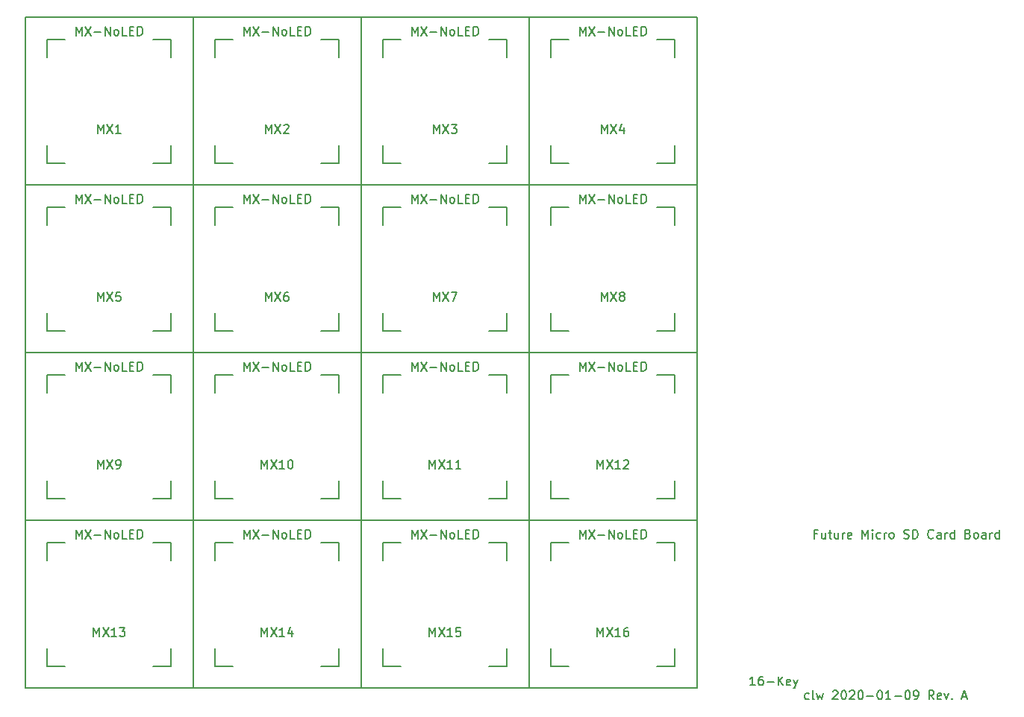
<source format=gbr>
G04 #@! TF.GenerationSoftware,KiCad,Pcbnew,(5.1.9-0-10_14)*
G04 #@! TF.CreationDate,2021-01-09T15:36:32-06:00*
G04 #@! TF.ProjectId,16-key,31362d6b-6579-42e6-9b69-6361645f7063,rev?*
G04 #@! TF.SameCoordinates,Original*
G04 #@! TF.FileFunction,OtherDrawing,Comment*
%FSLAX46Y46*%
G04 Gerber Fmt 4.6, Leading zero omitted, Abs format (unit mm)*
G04 Created by KiCad (PCBNEW (5.1.9-0-10_14)) date 2021-01-09 15:36:32*
%MOMM*%
%LPD*%
G01*
G04 APERTURE LIST*
%ADD10C,0.150000*%
G04 APERTURE END LIST*
D10*
X175435714Y-101211011D02*
X175340476Y-101258630D01*
X175150000Y-101258630D01*
X175054761Y-101211011D01*
X175007142Y-101163392D01*
X174959523Y-101068154D01*
X174959523Y-100782440D01*
X175007142Y-100687202D01*
X175054761Y-100639583D01*
X175150000Y-100591964D01*
X175340476Y-100591964D01*
X175435714Y-100639583D01*
X176007142Y-101258630D02*
X175911904Y-101211011D01*
X175864285Y-101115773D01*
X175864285Y-100258630D01*
X176292857Y-100591964D02*
X176483333Y-101258630D01*
X176673809Y-100782440D01*
X176864285Y-101258630D01*
X177054761Y-100591964D01*
X178150000Y-100353869D02*
X178197619Y-100306250D01*
X178292857Y-100258630D01*
X178530952Y-100258630D01*
X178626190Y-100306250D01*
X178673809Y-100353869D01*
X178721428Y-100449107D01*
X178721428Y-100544345D01*
X178673809Y-100687202D01*
X178102380Y-101258630D01*
X178721428Y-101258630D01*
X179340476Y-100258630D02*
X179435714Y-100258630D01*
X179530952Y-100306250D01*
X179578571Y-100353869D01*
X179626190Y-100449107D01*
X179673809Y-100639583D01*
X179673809Y-100877678D01*
X179626190Y-101068154D01*
X179578571Y-101163392D01*
X179530952Y-101211011D01*
X179435714Y-101258630D01*
X179340476Y-101258630D01*
X179245238Y-101211011D01*
X179197619Y-101163392D01*
X179150000Y-101068154D01*
X179102380Y-100877678D01*
X179102380Y-100639583D01*
X179150000Y-100449107D01*
X179197619Y-100353869D01*
X179245238Y-100306250D01*
X179340476Y-100258630D01*
X180054761Y-100353869D02*
X180102380Y-100306250D01*
X180197619Y-100258630D01*
X180435714Y-100258630D01*
X180530952Y-100306250D01*
X180578571Y-100353869D01*
X180626190Y-100449107D01*
X180626190Y-100544345D01*
X180578571Y-100687202D01*
X180007142Y-101258630D01*
X180626190Y-101258630D01*
X181245238Y-100258630D02*
X181340476Y-100258630D01*
X181435714Y-100306250D01*
X181483333Y-100353869D01*
X181530952Y-100449107D01*
X181578571Y-100639583D01*
X181578571Y-100877678D01*
X181530952Y-101068154D01*
X181483333Y-101163392D01*
X181435714Y-101211011D01*
X181340476Y-101258630D01*
X181245238Y-101258630D01*
X181150000Y-101211011D01*
X181102380Y-101163392D01*
X181054761Y-101068154D01*
X181007142Y-100877678D01*
X181007142Y-100639583D01*
X181054761Y-100449107D01*
X181102380Y-100353869D01*
X181150000Y-100306250D01*
X181245238Y-100258630D01*
X182007142Y-100877678D02*
X182769047Y-100877678D01*
X183435714Y-100258630D02*
X183530952Y-100258630D01*
X183626190Y-100306250D01*
X183673809Y-100353869D01*
X183721428Y-100449107D01*
X183769047Y-100639583D01*
X183769047Y-100877678D01*
X183721428Y-101068154D01*
X183673809Y-101163392D01*
X183626190Y-101211011D01*
X183530952Y-101258630D01*
X183435714Y-101258630D01*
X183340476Y-101211011D01*
X183292857Y-101163392D01*
X183245238Y-101068154D01*
X183197619Y-100877678D01*
X183197619Y-100639583D01*
X183245238Y-100449107D01*
X183292857Y-100353869D01*
X183340476Y-100306250D01*
X183435714Y-100258630D01*
X184721428Y-101258630D02*
X184150000Y-101258630D01*
X184435714Y-101258630D02*
X184435714Y-100258630D01*
X184340476Y-100401488D01*
X184245238Y-100496726D01*
X184150000Y-100544345D01*
X185150000Y-100877678D02*
X185911904Y-100877678D01*
X186578571Y-100258630D02*
X186673809Y-100258630D01*
X186769047Y-100306250D01*
X186816666Y-100353869D01*
X186864285Y-100449107D01*
X186911904Y-100639583D01*
X186911904Y-100877678D01*
X186864285Y-101068154D01*
X186816666Y-101163392D01*
X186769047Y-101211011D01*
X186673809Y-101258630D01*
X186578571Y-101258630D01*
X186483333Y-101211011D01*
X186435714Y-101163392D01*
X186388095Y-101068154D01*
X186340476Y-100877678D01*
X186340476Y-100639583D01*
X186388095Y-100449107D01*
X186435714Y-100353869D01*
X186483333Y-100306250D01*
X186578571Y-100258630D01*
X187388095Y-101258630D02*
X187578571Y-101258630D01*
X187673809Y-101211011D01*
X187721428Y-101163392D01*
X187816666Y-101020535D01*
X187864285Y-100830059D01*
X187864285Y-100449107D01*
X187816666Y-100353869D01*
X187769047Y-100306250D01*
X187673809Y-100258630D01*
X187483333Y-100258630D01*
X187388095Y-100306250D01*
X187340476Y-100353869D01*
X187292857Y-100449107D01*
X187292857Y-100687202D01*
X187340476Y-100782440D01*
X187388095Y-100830059D01*
X187483333Y-100877678D01*
X187673809Y-100877678D01*
X187769047Y-100830059D01*
X187816666Y-100782440D01*
X187864285Y-100687202D01*
X189626190Y-101258630D02*
X189292857Y-100782440D01*
X189054761Y-101258630D02*
X189054761Y-100258630D01*
X189435714Y-100258630D01*
X189530952Y-100306250D01*
X189578571Y-100353869D01*
X189626190Y-100449107D01*
X189626190Y-100591964D01*
X189578571Y-100687202D01*
X189530952Y-100734821D01*
X189435714Y-100782440D01*
X189054761Y-100782440D01*
X190435714Y-101211011D02*
X190340476Y-101258630D01*
X190150000Y-101258630D01*
X190054761Y-101211011D01*
X190007142Y-101115773D01*
X190007142Y-100734821D01*
X190054761Y-100639583D01*
X190150000Y-100591964D01*
X190340476Y-100591964D01*
X190435714Y-100639583D01*
X190483333Y-100734821D01*
X190483333Y-100830059D01*
X190007142Y-100925297D01*
X190816666Y-100591964D02*
X191054761Y-101258630D01*
X191292857Y-100591964D01*
X191673809Y-101163392D02*
X191721428Y-101211011D01*
X191673809Y-101258630D01*
X191626190Y-101211011D01*
X191673809Y-101163392D01*
X191673809Y-101258630D01*
X192864285Y-100972916D02*
X193340476Y-100972916D01*
X192769047Y-101258630D02*
X193102380Y-100258630D01*
X193435714Y-101258630D01*
X176364583Y-82478571D02*
X176031250Y-82478571D01*
X176031250Y-83002380D02*
X176031250Y-82002380D01*
X176507440Y-82002380D01*
X177316964Y-82335714D02*
X177316964Y-83002380D01*
X176888392Y-82335714D02*
X176888392Y-82859523D01*
X176936011Y-82954761D01*
X177031250Y-83002380D01*
X177174107Y-83002380D01*
X177269345Y-82954761D01*
X177316964Y-82907142D01*
X177650297Y-82335714D02*
X178031250Y-82335714D01*
X177793154Y-82002380D02*
X177793154Y-82859523D01*
X177840773Y-82954761D01*
X177936011Y-83002380D01*
X178031250Y-83002380D01*
X178793154Y-82335714D02*
X178793154Y-83002380D01*
X178364583Y-82335714D02*
X178364583Y-82859523D01*
X178412202Y-82954761D01*
X178507440Y-83002380D01*
X178650297Y-83002380D01*
X178745535Y-82954761D01*
X178793154Y-82907142D01*
X179269345Y-83002380D02*
X179269345Y-82335714D01*
X179269345Y-82526190D02*
X179316964Y-82430952D01*
X179364583Y-82383333D01*
X179459821Y-82335714D01*
X179555059Y-82335714D01*
X180269345Y-82954761D02*
X180174107Y-83002380D01*
X179983630Y-83002380D01*
X179888392Y-82954761D01*
X179840773Y-82859523D01*
X179840773Y-82478571D01*
X179888392Y-82383333D01*
X179983630Y-82335714D01*
X180174107Y-82335714D01*
X180269345Y-82383333D01*
X180316964Y-82478571D01*
X180316964Y-82573809D01*
X179840773Y-82669047D01*
X181507440Y-83002380D02*
X181507440Y-82002380D01*
X181840773Y-82716666D01*
X182174107Y-82002380D01*
X182174107Y-83002380D01*
X182650297Y-83002380D02*
X182650297Y-82335714D01*
X182650297Y-82002380D02*
X182602678Y-82050000D01*
X182650297Y-82097619D01*
X182697916Y-82050000D01*
X182650297Y-82002380D01*
X182650297Y-82097619D01*
X183555059Y-82954761D02*
X183459821Y-83002380D01*
X183269345Y-83002380D01*
X183174107Y-82954761D01*
X183126488Y-82907142D01*
X183078869Y-82811904D01*
X183078869Y-82526190D01*
X183126488Y-82430952D01*
X183174107Y-82383333D01*
X183269345Y-82335714D01*
X183459821Y-82335714D01*
X183555059Y-82383333D01*
X183983630Y-83002380D02*
X183983630Y-82335714D01*
X183983630Y-82526190D02*
X184031250Y-82430952D01*
X184078869Y-82383333D01*
X184174107Y-82335714D01*
X184269345Y-82335714D01*
X184745535Y-83002380D02*
X184650297Y-82954761D01*
X184602678Y-82907142D01*
X184555059Y-82811904D01*
X184555059Y-82526190D01*
X184602678Y-82430952D01*
X184650297Y-82383333D01*
X184745535Y-82335714D01*
X184888392Y-82335714D01*
X184983630Y-82383333D01*
X185031250Y-82430952D01*
X185078869Y-82526190D01*
X185078869Y-82811904D01*
X185031250Y-82907142D01*
X184983630Y-82954761D01*
X184888392Y-83002380D01*
X184745535Y-83002380D01*
X186221726Y-82954761D02*
X186364583Y-83002380D01*
X186602678Y-83002380D01*
X186697916Y-82954761D01*
X186745535Y-82907142D01*
X186793154Y-82811904D01*
X186793154Y-82716666D01*
X186745535Y-82621428D01*
X186697916Y-82573809D01*
X186602678Y-82526190D01*
X186412202Y-82478571D01*
X186316964Y-82430952D01*
X186269345Y-82383333D01*
X186221726Y-82288095D01*
X186221726Y-82192857D01*
X186269345Y-82097619D01*
X186316964Y-82050000D01*
X186412202Y-82002380D01*
X186650297Y-82002380D01*
X186793154Y-82050000D01*
X187221726Y-83002380D02*
X187221726Y-82002380D01*
X187459821Y-82002380D01*
X187602678Y-82050000D01*
X187697916Y-82145238D01*
X187745535Y-82240476D01*
X187793154Y-82430952D01*
X187793154Y-82573809D01*
X187745535Y-82764285D01*
X187697916Y-82859523D01*
X187602678Y-82954761D01*
X187459821Y-83002380D01*
X187221726Y-83002380D01*
X189555059Y-82907142D02*
X189507440Y-82954761D01*
X189364583Y-83002380D01*
X189269345Y-83002380D01*
X189126488Y-82954761D01*
X189031250Y-82859523D01*
X188983630Y-82764285D01*
X188936011Y-82573809D01*
X188936011Y-82430952D01*
X188983630Y-82240476D01*
X189031250Y-82145238D01*
X189126488Y-82050000D01*
X189269345Y-82002380D01*
X189364583Y-82002380D01*
X189507440Y-82050000D01*
X189555059Y-82097619D01*
X190412202Y-83002380D02*
X190412202Y-82478571D01*
X190364583Y-82383333D01*
X190269345Y-82335714D01*
X190078869Y-82335714D01*
X189983630Y-82383333D01*
X190412202Y-82954761D02*
X190316964Y-83002380D01*
X190078869Y-83002380D01*
X189983630Y-82954761D01*
X189936011Y-82859523D01*
X189936011Y-82764285D01*
X189983630Y-82669047D01*
X190078869Y-82621428D01*
X190316964Y-82621428D01*
X190412202Y-82573809D01*
X190888392Y-83002380D02*
X190888392Y-82335714D01*
X190888392Y-82526190D02*
X190936011Y-82430952D01*
X190983630Y-82383333D01*
X191078869Y-82335714D01*
X191174107Y-82335714D01*
X191936011Y-83002380D02*
X191936011Y-82002380D01*
X191936011Y-82954761D02*
X191840773Y-83002380D01*
X191650297Y-83002380D01*
X191555059Y-82954761D01*
X191507440Y-82907142D01*
X191459821Y-82811904D01*
X191459821Y-82526190D01*
X191507440Y-82430952D01*
X191555059Y-82383333D01*
X191650297Y-82335714D01*
X191840773Y-82335714D01*
X191936011Y-82383333D01*
X193507440Y-82478571D02*
X193650297Y-82526190D01*
X193697916Y-82573809D01*
X193745535Y-82669047D01*
X193745535Y-82811904D01*
X193697916Y-82907142D01*
X193650297Y-82954761D01*
X193555059Y-83002380D01*
X193174107Y-83002380D01*
X193174107Y-82002380D01*
X193507440Y-82002380D01*
X193602678Y-82050000D01*
X193650297Y-82097619D01*
X193697916Y-82192857D01*
X193697916Y-82288095D01*
X193650297Y-82383333D01*
X193602678Y-82430952D01*
X193507440Y-82478571D01*
X193174107Y-82478571D01*
X194316964Y-83002380D02*
X194221726Y-82954761D01*
X194174107Y-82907142D01*
X194126488Y-82811904D01*
X194126488Y-82526190D01*
X194174107Y-82430952D01*
X194221726Y-82383333D01*
X194316964Y-82335714D01*
X194459821Y-82335714D01*
X194555059Y-82383333D01*
X194602678Y-82430952D01*
X194650297Y-82526190D01*
X194650297Y-82811904D01*
X194602678Y-82907142D01*
X194555059Y-82954761D01*
X194459821Y-83002380D01*
X194316964Y-83002380D01*
X195507440Y-83002380D02*
X195507440Y-82478571D01*
X195459821Y-82383333D01*
X195364583Y-82335714D01*
X195174107Y-82335714D01*
X195078869Y-82383333D01*
X195507440Y-82954761D02*
X195412202Y-83002380D01*
X195174107Y-83002380D01*
X195078869Y-82954761D01*
X195031250Y-82859523D01*
X195031250Y-82764285D01*
X195078869Y-82669047D01*
X195174107Y-82621428D01*
X195412202Y-82621428D01*
X195507440Y-82573809D01*
X195983630Y-83002380D02*
X195983630Y-82335714D01*
X195983630Y-82526190D02*
X196031250Y-82430952D01*
X196078869Y-82383333D01*
X196174107Y-82335714D01*
X196269345Y-82335714D01*
X197031250Y-83002380D02*
X197031250Y-82002380D01*
X197031250Y-82954761D02*
X196936011Y-83002380D01*
X196745535Y-83002380D01*
X196650297Y-82954761D01*
X196602678Y-82907142D01*
X196555059Y-82811904D01*
X196555059Y-82526190D01*
X196602678Y-82430952D01*
X196650297Y-82383333D01*
X196745535Y-82335714D01*
X196936011Y-82335714D01*
X197031250Y-82383333D01*
X169330952Y-99671130D02*
X168759523Y-99671130D01*
X169045238Y-99671130D02*
X169045238Y-98671130D01*
X168950000Y-98813988D01*
X168854761Y-98909226D01*
X168759523Y-98956845D01*
X170188095Y-98671130D02*
X169997619Y-98671130D01*
X169902380Y-98718750D01*
X169854761Y-98766369D01*
X169759523Y-98909226D01*
X169711904Y-99099702D01*
X169711904Y-99480654D01*
X169759523Y-99575892D01*
X169807142Y-99623511D01*
X169902380Y-99671130D01*
X170092857Y-99671130D01*
X170188095Y-99623511D01*
X170235714Y-99575892D01*
X170283333Y-99480654D01*
X170283333Y-99242559D01*
X170235714Y-99147321D01*
X170188095Y-99099702D01*
X170092857Y-99052083D01*
X169902380Y-99052083D01*
X169807142Y-99099702D01*
X169759523Y-99147321D01*
X169711904Y-99242559D01*
X170711904Y-99290178D02*
X171473809Y-99290178D01*
X171950000Y-99671130D02*
X171950000Y-98671130D01*
X172521428Y-99671130D02*
X172092857Y-99099702D01*
X172521428Y-98671130D02*
X171950000Y-99242559D01*
X173330952Y-99623511D02*
X173235714Y-99671130D01*
X173045238Y-99671130D01*
X172950000Y-99623511D01*
X172902380Y-99528273D01*
X172902380Y-99147321D01*
X172950000Y-99052083D01*
X173045238Y-99004464D01*
X173235714Y-99004464D01*
X173330952Y-99052083D01*
X173378571Y-99147321D01*
X173378571Y-99242559D01*
X172902380Y-99337797D01*
X173711904Y-99004464D02*
X173950000Y-99671130D01*
X174188095Y-99004464D02*
X173950000Y-99671130D01*
X173854761Y-99909226D01*
X173807142Y-99956845D01*
X173711904Y-100004464D01*
G04 #@! TO.C,MX16*
X158193750Y-83487500D02*
X160193750Y-83487500D01*
X160193750Y-83487500D02*
X160193750Y-85487500D01*
X158193750Y-97487500D02*
X160193750Y-97487500D01*
X160193750Y-97487500D02*
X160193750Y-95487500D01*
X146193750Y-95487500D02*
X146193750Y-97487500D01*
X146193750Y-97487500D02*
X148193750Y-97487500D01*
X148193750Y-83487500D02*
X146193750Y-83487500D01*
X146193750Y-83487500D02*
X146193750Y-85487500D01*
X143668750Y-80962500D02*
X162718750Y-80962500D01*
X162718750Y-80962500D02*
X162718750Y-100012500D01*
X162718750Y-100012500D02*
X143668750Y-100012500D01*
X143668750Y-100012500D02*
X143668750Y-80962500D01*
G04 #@! TO.C,MX15*
X139143750Y-83487500D02*
X141143750Y-83487500D01*
X141143750Y-83487500D02*
X141143750Y-85487500D01*
X139143750Y-97487500D02*
X141143750Y-97487500D01*
X141143750Y-97487500D02*
X141143750Y-95487500D01*
X127143750Y-95487500D02*
X127143750Y-97487500D01*
X127143750Y-97487500D02*
X129143750Y-97487500D01*
X129143750Y-83487500D02*
X127143750Y-83487500D01*
X127143750Y-83487500D02*
X127143750Y-85487500D01*
X124618750Y-80962500D02*
X143668750Y-80962500D01*
X143668750Y-80962500D02*
X143668750Y-100012500D01*
X143668750Y-100012500D02*
X124618750Y-100012500D01*
X124618750Y-100012500D02*
X124618750Y-80962500D01*
G04 #@! TO.C,MX14*
X120093750Y-83487500D02*
X122093750Y-83487500D01*
X122093750Y-83487500D02*
X122093750Y-85487500D01*
X120093750Y-97487500D02*
X122093750Y-97487500D01*
X122093750Y-97487500D02*
X122093750Y-95487500D01*
X108093750Y-95487500D02*
X108093750Y-97487500D01*
X108093750Y-97487500D02*
X110093750Y-97487500D01*
X110093750Y-83487500D02*
X108093750Y-83487500D01*
X108093750Y-83487500D02*
X108093750Y-85487500D01*
X105568750Y-80962500D02*
X124618750Y-80962500D01*
X124618750Y-80962500D02*
X124618750Y-100012500D01*
X124618750Y-100012500D02*
X105568750Y-100012500D01*
X105568750Y-100012500D02*
X105568750Y-80962500D01*
G04 #@! TO.C,MX13*
X101043750Y-83487500D02*
X103043750Y-83487500D01*
X103043750Y-83487500D02*
X103043750Y-85487500D01*
X101043750Y-97487500D02*
X103043750Y-97487500D01*
X103043750Y-97487500D02*
X103043750Y-95487500D01*
X89043750Y-95487500D02*
X89043750Y-97487500D01*
X89043750Y-97487500D02*
X91043750Y-97487500D01*
X91043750Y-83487500D02*
X89043750Y-83487500D01*
X89043750Y-83487500D02*
X89043750Y-85487500D01*
X86518750Y-80962500D02*
X105568750Y-80962500D01*
X105568750Y-80962500D02*
X105568750Y-100012500D01*
X105568750Y-100012500D02*
X86518750Y-100012500D01*
X86518750Y-100012500D02*
X86518750Y-80962500D01*
G04 #@! TO.C,MX12*
X158193750Y-64437500D02*
X160193750Y-64437500D01*
X160193750Y-64437500D02*
X160193750Y-66437500D01*
X158193750Y-78437500D02*
X160193750Y-78437500D01*
X160193750Y-78437500D02*
X160193750Y-76437500D01*
X146193750Y-76437500D02*
X146193750Y-78437500D01*
X146193750Y-78437500D02*
X148193750Y-78437500D01*
X148193750Y-64437500D02*
X146193750Y-64437500D01*
X146193750Y-64437500D02*
X146193750Y-66437500D01*
X143668750Y-61912500D02*
X162718750Y-61912500D01*
X162718750Y-61912500D02*
X162718750Y-80962500D01*
X162718750Y-80962500D02*
X143668750Y-80962500D01*
X143668750Y-80962500D02*
X143668750Y-61912500D01*
G04 #@! TO.C,MX11*
X139143750Y-64437500D02*
X141143750Y-64437500D01*
X141143750Y-64437500D02*
X141143750Y-66437500D01*
X139143750Y-78437500D02*
X141143750Y-78437500D01*
X141143750Y-78437500D02*
X141143750Y-76437500D01*
X127143750Y-76437500D02*
X127143750Y-78437500D01*
X127143750Y-78437500D02*
X129143750Y-78437500D01*
X129143750Y-64437500D02*
X127143750Y-64437500D01*
X127143750Y-64437500D02*
X127143750Y-66437500D01*
X124618750Y-61912500D02*
X143668750Y-61912500D01*
X143668750Y-61912500D02*
X143668750Y-80962500D01*
X143668750Y-80962500D02*
X124618750Y-80962500D01*
X124618750Y-80962500D02*
X124618750Y-61912500D01*
G04 #@! TO.C,MX10*
X120093750Y-64437500D02*
X122093750Y-64437500D01*
X122093750Y-64437500D02*
X122093750Y-66437500D01*
X120093750Y-78437500D02*
X122093750Y-78437500D01*
X122093750Y-78437500D02*
X122093750Y-76437500D01*
X108093750Y-76437500D02*
X108093750Y-78437500D01*
X108093750Y-78437500D02*
X110093750Y-78437500D01*
X110093750Y-64437500D02*
X108093750Y-64437500D01*
X108093750Y-64437500D02*
X108093750Y-66437500D01*
X105568750Y-61912500D02*
X124618750Y-61912500D01*
X124618750Y-61912500D02*
X124618750Y-80962500D01*
X124618750Y-80962500D02*
X105568750Y-80962500D01*
X105568750Y-80962500D02*
X105568750Y-61912500D01*
G04 #@! TO.C,MX9*
X101043750Y-64437500D02*
X103043750Y-64437500D01*
X103043750Y-64437500D02*
X103043750Y-66437500D01*
X101043750Y-78437500D02*
X103043750Y-78437500D01*
X103043750Y-78437500D02*
X103043750Y-76437500D01*
X89043750Y-76437500D02*
X89043750Y-78437500D01*
X89043750Y-78437500D02*
X91043750Y-78437500D01*
X91043750Y-64437500D02*
X89043750Y-64437500D01*
X89043750Y-64437500D02*
X89043750Y-66437500D01*
X86518750Y-61912500D02*
X105568750Y-61912500D01*
X105568750Y-61912500D02*
X105568750Y-80962500D01*
X105568750Y-80962500D02*
X86518750Y-80962500D01*
X86518750Y-80962500D02*
X86518750Y-61912500D01*
G04 #@! TO.C,MX8*
X158193750Y-45387500D02*
X160193750Y-45387500D01*
X160193750Y-45387500D02*
X160193750Y-47387500D01*
X158193750Y-59387500D02*
X160193750Y-59387500D01*
X160193750Y-59387500D02*
X160193750Y-57387500D01*
X146193750Y-57387500D02*
X146193750Y-59387500D01*
X146193750Y-59387500D02*
X148193750Y-59387500D01*
X148193750Y-45387500D02*
X146193750Y-45387500D01*
X146193750Y-45387500D02*
X146193750Y-47387500D01*
X143668750Y-42862500D02*
X162718750Y-42862500D01*
X162718750Y-42862500D02*
X162718750Y-61912500D01*
X162718750Y-61912500D02*
X143668750Y-61912500D01*
X143668750Y-61912500D02*
X143668750Y-42862500D01*
G04 #@! TO.C,MX7*
X139143750Y-45387500D02*
X141143750Y-45387500D01*
X141143750Y-45387500D02*
X141143750Y-47387500D01*
X139143750Y-59387500D02*
X141143750Y-59387500D01*
X141143750Y-59387500D02*
X141143750Y-57387500D01*
X127143750Y-57387500D02*
X127143750Y-59387500D01*
X127143750Y-59387500D02*
X129143750Y-59387500D01*
X129143750Y-45387500D02*
X127143750Y-45387500D01*
X127143750Y-45387500D02*
X127143750Y-47387500D01*
X124618750Y-42862500D02*
X143668750Y-42862500D01*
X143668750Y-42862500D02*
X143668750Y-61912500D01*
X143668750Y-61912500D02*
X124618750Y-61912500D01*
X124618750Y-61912500D02*
X124618750Y-42862500D01*
G04 #@! TO.C,MX6*
X120093750Y-45387500D02*
X122093750Y-45387500D01*
X122093750Y-45387500D02*
X122093750Y-47387500D01*
X120093750Y-59387500D02*
X122093750Y-59387500D01*
X122093750Y-59387500D02*
X122093750Y-57387500D01*
X108093750Y-57387500D02*
X108093750Y-59387500D01*
X108093750Y-59387500D02*
X110093750Y-59387500D01*
X110093750Y-45387500D02*
X108093750Y-45387500D01*
X108093750Y-45387500D02*
X108093750Y-47387500D01*
X105568750Y-42862500D02*
X124618750Y-42862500D01*
X124618750Y-42862500D02*
X124618750Y-61912500D01*
X124618750Y-61912500D02*
X105568750Y-61912500D01*
X105568750Y-61912500D02*
X105568750Y-42862500D01*
G04 #@! TO.C,MX5*
X101043750Y-45387500D02*
X103043750Y-45387500D01*
X103043750Y-45387500D02*
X103043750Y-47387500D01*
X101043750Y-59387500D02*
X103043750Y-59387500D01*
X103043750Y-59387500D02*
X103043750Y-57387500D01*
X89043750Y-57387500D02*
X89043750Y-59387500D01*
X89043750Y-59387500D02*
X91043750Y-59387500D01*
X91043750Y-45387500D02*
X89043750Y-45387500D01*
X89043750Y-45387500D02*
X89043750Y-47387500D01*
X86518750Y-42862500D02*
X105568750Y-42862500D01*
X105568750Y-42862500D02*
X105568750Y-61912500D01*
X105568750Y-61912500D02*
X86518750Y-61912500D01*
X86518750Y-61912500D02*
X86518750Y-42862500D01*
G04 #@! TO.C,MX4*
X158193750Y-26337500D02*
X160193750Y-26337500D01*
X160193750Y-26337500D02*
X160193750Y-28337500D01*
X158193750Y-40337500D02*
X160193750Y-40337500D01*
X160193750Y-40337500D02*
X160193750Y-38337500D01*
X146193750Y-38337500D02*
X146193750Y-40337500D01*
X146193750Y-40337500D02*
X148193750Y-40337500D01*
X148193750Y-26337500D02*
X146193750Y-26337500D01*
X146193750Y-26337500D02*
X146193750Y-28337500D01*
X143668750Y-23812500D02*
X162718750Y-23812500D01*
X162718750Y-23812500D02*
X162718750Y-42862500D01*
X162718750Y-42862500D02*
X143668750Y-42862500D01*
X143668750Y-42862500D02*
X143668750Y-23812500D01*
G04 #@! TO.C,MX3*
X139143750Y-26337500D02*
X141143750Y-26337500D01*
X141143750Y-26337500D02*
X141143750Y-28337500D01*
X139143750Y-40337500D02*
X141143750Y-40337500D01*
X141143750Y-40337500D02*
X141143750Y-38337500D01*
X127143750Y-38337500D02*
X127143750Y-40337500D01*
X127143750Y-40337500D02*
X129143750Y-40337500D01*
X129143750Y-26337500D02*
X127143750Y-26337500D01*
X127143750Y-26337500D02*
X127143750Y-28337500D01*
X124618750Y-23812500D02*
X143668750Y-23812500D01*
X143668750Y-23812500D02*
X143668750Y-42862500D01*
X143668750Y-42862500D02*
X124618750Y-42862500D01*
X124618750Y-42862500D02*
X124618750Y-23812500D01*
G04 #@! TO.C,MX2*
X120093750Y-26337500D02*
X122093750Y-26337500D01*
X122093750Y-26337500D02*
X122093750Y-28337500D01*
X120093750Y-40337500D02*
X122093750Y-40337500D01*
X122093750Y-40337500D02*
X122093750Y-38337500D01*
X108093750Y-38337500D02*
X108093750Y-40337500D01*
X108093750Y-40337500D02*
X110093750Y-40337500D01*
X110093750Y-26337500D02*
X108093750Y-26337500D01*
X108093750Y-26337500D02*
X108093750Y-28337500D01*
X105568750Y-23812500D02*
X124618750Y-23812500D01*
X124618750Y-23812500D02*
X124618750Y-42862500D01*
X124618750Y-42862500D02*
X105568750Y-42862500D01*
X105568750Y-42862500D02*
X105568750Y-23812500D01*
G04 #@! TO.C,MX1*
X101043750Y-26337500D02*
X103043750Y-26337500D01*
X103043750Y-26337500D02*
X103043750Y-28337500D01*
X101043750Y-40337500D02*
X103043750Y-40337500D01*
X103043750Y-40337500D02*
X103043750Y-38337500D01*
X89043750Y-38337500D02*
X89043750Y-40337500D01*
X89043750Y-40337500D02*
X91043750Y-40337500D01*
X91043750Y-26337500D02*
X89043750Y-26337500D01*
X89043750Y-26337500D02*
X89043750Y-28337500D01*
X86518750Y-23812500D02*
X105568750Y-23812500D01*
X105568750Y-23812500D02*
X105568750Y-42862500D01*
X105568750Y-42862500D02*
X86518750Y-42862500D01*
X86518750Y-42862500D02*
X86518750Y-23812500D01*
G04 #@! TD*
G04 #@! TO.C,MX16*
X151431845Y-94114880D02*
X151431845Y-93114880D01*
X151765178Y-93829166D01*
X152098511Y-93114880D01*
X152098511Y-94114880D01*
X152479464Y-93114880D02*
X153146130Y-94114880D01*
X153146130Y-93114880D02*
X152479464Y-94114880D01*
X154050892Y-94114880D02*
X153479464Y-94114880D01*
X153765178Y-94114880D02*
X153765178Y-93114880D01*
X153669940Y-93257738D01*
X153574702Y-93352976D01*
X153479464Y-93400595D01*
X154908035Y-93114880D02*
X154717559Y-93114880D01*
X154622321Y-93162500D01*
X154574702Y-93210119D01*
X154479464Y-93352976D01*
X154431845Y-93543452D01*
X154431845Y-93924404D01*
X154479464Y-94019642D01*
X154527083Y-94067261D01*
X154622321Y-94114880D01*
X154812797Y-94114880D01*
X154908035Y-94067261D01*
X154955654Y-94019642D01*
X155003273Y-93924404D01*
X155003273Y-93686309D01*
X154955654Y-93591071D01*
X154908035Y-93543452D01*
X154812797Y-93495833D01*
X154622321Y-93495833D01*
X154527083Y-93543452D01*
X154479464Y-93591071D01*
X154431845Y-93686309D01*
X149431845Y-83002380D02*
X149431845Y-82002380D01*
X149765178Y-82716666D01*
X150098511Y-82002380D01*
X150098511Y-83002380D01*
X150479464Y-82002380D02*
X151146130Y-83002380D01*
X151146130Y-82002380D02*
X150479464Y-83002380D01*
X151527083Y-82621428D02*
X152288988Y-82621428D01*
X152765178Y-83002380D02*
X152765178Y-82002380D01*
X153336607Y-83002380D01*
X153336607Y-82002380D01*
X153955654Y-83002380D02*
X153860416Y-82954761D01*
X153812797Y-82907142D01*
X153765178Y-82811904D01*
X153765178Y-82526190D01*
X153812797Y-82430952D01*
X153860416Y-82383333D01*
X153955654Y-82335714D01*
X154098511Y-82335714D01*
X154193750Y-82383333D01*
X154241369Y-82430952D01*
X154288988Y-82526190D01*
X154288988Y-82811904D01*
X154241369Y-82907142D01*
X154193750Y-82954761D01*
X154098511Y-83002380D01*
X153955654Y-83002380D01*
X155193750Y-83002380D02*
X154717559Y-83002380D01*
X154717559Y-82002380D01*
X155527083Y-82478571D02*
X155860416Y-82478571D01*
X156003273Y-83002380D02*
X155527083Y-83002380D01*
X155527083Y-82002380D01*
X156003273Y-82002380D01*
X156431845Y-83002380D02*
X156431845Y-82002380D01*
X156669940Y-82002380D01*
X156812797Y-82050000D01*
X156908035Y-82145238D01*
X156955654Y-82240476D01*
X157003273Y-82430952D01*
X157003273Y-82573809D01*
X156955654Y-82764285D01*
X156908035Y-82859523D01*
X156812797Y-82954761D01*
X156669940Y-83002380D01*
X156431845Y-83002380D01*
G04 #@! TO.C,MX15*
X132381845Y-94114880D02*
X132381845Y-93114880D01*
X132715178Y-93829166D01*
X133048511Y-93114880D01*
X133048511Y-94114880D01*
X133429464Y-93114880D02*
X134096130Y-94114880D01*
X134096130Y-93114880D02*
X133429464Y-94114880D01*
X135000892Y-94114880D02*
X134429464Y-94114880D01*
X134715178Y-94114880D02*
X134715178Y-93114880D01*
X134619940Y-93257738D01*
X134524702Y-93352976D01*
X134429464Y-93400595D01*
X135905654Y-93114880D02*
X135429464Y-93114880D01*
X135381845Y-93591071D01*
X135429464Y-93543452D01*
X135524702Y-93495833D01*
X135762797Y-93495833D01*
X135858035Y-93543452D01*
X135905654Y-93591071D01*
X135953273Y-93686309D01*
X135953273Y-93924404D01*
X135905654Y-94019642D01*
X135858035Y-94067261D01*
X135762797Y-94114880D01*
X135524702Y-94114880D01*
X135429464Y-94067261D01*
X135381845Y-94019642D01*
X130381845Y-83002380D02*
X130381845Y-82002380D01*
X130715178Y-82716666D01*
X131048511Y-82002380D01*
X131048511Y-83002380D01*
X131429464Y-82002380D02*
X132096130Y-83002380D01*
X132096130Y-82002380D02*
X131429464Y-83002380D01*
X132477083Y-82621428D02*
X133238988Y-82621428D01*
X133715178Y-83002380D02*
X133715178Y-82002380D01*
X134286607Y-83002380D01*
X134286607Y-82002380D01*
X134905654Y-83002380D02*
X134810416Y-82954761D01*
X134762797Y-82907142D01*
X134715178Y-82811904D01*
X134715178Y-82526190D01*
X134762797Y-82430952D01*
X134810416Y-82383333D01*
X134905654Y-82335714D01*
X135048511Y-82335714D01*
X135143750Y-82383333D01*
X135191369Y-82430952D01*
X135238988Y-82526190D01*
X135238988Y-82811904D01*
X135191369Y-82907142D01*
X135143750Y-82954761D01*
X135048511Y-83002380D01*
X134905654Y-83002380D01*
X136143750Y-83002380D02*
X135667559Y-83002380D01*
X135667559Y-82002380D01*
X136477083Y-82478571D02*
X136810416Y-82478571D01*
X136953273Y-83002380D02*
X136477083Y-83002380D01*
X136477083Y-82002380D01*
X136953273Y-82002380D01*
X137381845Y-83002380D02*
X137381845Y-82002380D01*
X137619940Y-82002380D01*
X137762797Y-82050000D01*
X137858035Y-82145238D01*
X137905654Y-82240476D01*
X137953273Y-82430952D01*
X137953273Y-82573809D01*
X137905654Y-82764285D01*
X137858035Y-82859523D01*
X137762797Y-82954761D01*
X137619940Y-83002380D01*
X137381845Y-83002380D01*
G04 #@! TO.C,MX14*
X113331845Y-94114880D02*
X113331845Y-93114880D01*
X113665178Y-93829166D01*
X113998511Y-93114880D01*
X113998511Y-94114880D01*
X114379464Y-93114880D02*
X115046130Y-94114880D01*
X115046130Y-93114880D02*
X114379464Y-94114880D01*
X115950892Y-94114880D02*
X115379464Y-94114880D01*
X115665178Y-94114880D02*
X115665178Y-93114880D01*
X115569940Y-93257738D01*
X115474702Y-93352976D01*
X115379464Y-93400595D01*
X116808035Y-93448214D02*
X116808035Y-94114880D01*
X116569940Y-93067261D02*
X116331845Y-93781547D01*
X116950892Y-93781547D01*
X111331845Y-83002380D02*
X111331845Y-82002380D01*
X111665178Y-82716666D01*
X111998511Y-82002380D01*
X111998511Y-83002380D01*
X112379464Y-82002380D02*
X113046130Y-83002380D01*
X113046130Y-82002380D02*
X112379464Y-83002380D01*
X113427083Y-82621428D02*
X114188988Y-82621428D01*
X114665178Y-83002380D02*
X114665178Y-82002380D01*
X115236607Y-83002380D01*
X115236607Y-82002380D01*
X115855654Y-83002380D02*
X115760416Y-82954761D01*
X115712797Y-82907142D01*
X115665178Y-82811904D01*
X115665178Y-82526190D01*
X115712797Y-82430952D01*
X115760416Y-82383333D01*
X115855654Y-82335714D01*
X115998511Y-82335714D01*
X116093750Y-82383333D01*
X116141369Y-82430952D01*
X116188988Y-82526190D01*
X116188988Y-82811904D01*
X116141369Y-82907142D01*
X116093750Y-82954761D01*
X115998511Y-83002380D01*
X115855654Y-83002380D01*
X117093750Y-83002380D02*
X116617559Y-83002380D01*
X116617559Y-82002380D01*
X117427083Y-82478571D02*
X117760416Y-82478571D01*
X117903273Y-83002380D02*
X117427083Y-83002380D01*
X117427083Y-82002380D01*
X117903273Y-82002380D01*
X118331845Y-83002380D02*
X118331845Y-82002380D01*
X118569940Y-82002380D01*
X118712797Y-82050000D01*
X118808035Y-82145238D01*
X118855654Y-82240476D01*
X118903273Y-82430952D01*
X118903273Y-82573809D01*
X118855654Y-82764285D01*
X118808035Y-82859523D01*
X118712797Y-82954761D01*
X118569940Y-83002380D01*
X118331845Y-83002380D01*
G04 #@! TO.C,MX13*
X94281845Y-94114880D02*
X94281845Y-93114880D01*
X94615178Y-93829166D01*
X94948511Y-93114880D01*
X94948511Y-94114880D01*
X95329464Y-93114880D02*
X95996130Y-94114880D01*
X95996130Y-93114880D02*
X95329464Y-94114880D01*
X96900892Y-94114880D02*
X96329464Y-94114880D01*
X96615178Y-94114880D02*
X96615178Y-93114880D01*
X96519940Y-93257738D01*
X96424702Y-93352976D01*
X96329464Y-93400595D01*
X97234226Y-93114880D02*
X97853273Y-93114880D01*
X97519940Y-93495833D01*
X97662797Y-93495833D01*
X97758035Y-93543452D01*
X97805654Y-93591071D01*
X97853273Y-93686309D01*
X97853273Y-93924404D01*
X97805654Y-94019642D01*
X97758035Y-94067261D01*
X97662797Y-94114880D01*
X97377083Y-94114880D01*
X97281845Y-94067261D01*
X97234226Y-94019642D01*
X92281845Y-83002380D02*
X92281845Y-82002380D01*
X92615178Y-82716666D01*
X92948511Y-82002380D01*
X92948511Y-83002380D01*
X93329464Y-82002380D02*
X93996130Y-83002380D01*
X93996130Y-82002380D02*
X93329464Y-83002380D01*
X94377083Y-82621428D02*
X95138988Y-82621428D01*
X95615178Y-83002380D02*
X95615178Y-82002380D01*
X96186607Y-83002380D01*
X96186607Y-82002380D01*
X96805654Y-83002380D02*
X96710416Y-82954761D01*
X96662797Y-82907142D01*
X96615178Y-82811904D01*
X96615178Y-82526190D01*
X96662797Y-82430952D01*
X96710416Y-82383333D01*
X96805654Y-82335714D01*
X96948511Y-82335714D01*
X97043750Y-82383333D01*
X97091369Y-82430952D01*
X97138988Y-82526190D01*
X97138988Y-82811904D01*
X97091369Y-82907142D01*
X97043750Y-82954761D01*
X96948511Y-83002380D01*
X96805654Y-83002380D01*
X98043750Y-83002380D02*
X97567559Y-83002380D01*
X97567559Y-82002380D01*
X98377083Y-82478571D02*
X98710416Y-82478571D01*
X98853273Y-83002380D02*
X98377083Y-83002380D01*
X98377083Y-82002380D01*
X98853273Y-82002380D01*
X99281845Y-83002380D02*
X99281845Y-82002380D01*
X99519940Y-82002380D01*
X99662797Y-82050000D01*
X99758035Y-82145238D01*
X99805654Y-82240476D01*
X99853273Y-82430952D01*
X99853273Y-82573809D01*
X99805654Y-82764285D01*
X99758035Y-82859523D01*
X99662797Y-82954761D01*
X99519940Y-83002380D01*
X99281845Y-83002380D01*
G04 #@! TO.C,MX12*
X151431845Y-75064880D02*
X151431845Y-74064880D01*
X151765178Y-74779166D01*
X152098511Y-74064880D01*
X152098511Y-75064880D01*
X152479464Y-74064880D02*
X153146130Y-75064880D01*
X153146130Y-74064880D02*
X152479464Y-75064880D01*
X154050892Y-75064880D02*
X153479464Y-75064880D01*
X153765178Y-75064880D02*
X153765178Y-74064880D01*
X153669940Y-74207738D01*
X153574702Y-74302976D01*
X153479464Y-74350595D01*
X154431845Y-74160119D02*
X154479464Y-74112500D01*
X154574702Y-74064880D01*
X154812797Y-74064880D01*
X154908035Y-74112500D01*
X154955654Y-74160119D01*
X155003273Y-74255357D01*
X155003273Y-74350595D01*
X154955654Y-74493452D01*
X154384226Y-75064880D01*
X155003273Y-75064880D01*
X149431845Y-63952380D02*
X149431845Y-62952380D01*
X149765178Y-63666666D01*
X150098511Y-62952380D01*
X150098511Y-63952380D01*
X150479464Y-62952380D02*
X151146130Y-63952380D01*
X151146130Y-62952380D02*
X150479464Y-63952380D01*
X151527083Y-63571428D02*
X152288988Y-63571428D01*
X152765178Y-63952380D02*
X152765178Y-62952380D01*
X153336607Y-63952380D01*
X153336607Y-62952380D01*
X153955654Y-63952380D02*
X153860416Y-63904761D01*
X153812797Y-63857142D01*
X153765178Y-63761904D01*
X153765178Y-63476190D01*
X153812797Y-63380952D01*
X153860416Y-63333333D01*
X153955654Y-63285714D01*
X154098511Y-63285714D01*
X154193750Y-63333333D01*
X154241369Y-63380952D01*
X154288988Y-63476190D01*
X154288988Y-63761904D01*
X154241369Y-63857142D01*
X154193750Y-63904761D01*
X154098511Y-63952380D01*
X153955654Y-63952380D01*
X155193750Y-63952380D02*
X154717559Y-63952380D01*
X154717559Y-62952380D01*
X155527083Y-63428571D02*
X155860416Y-63428571D01*
X156003273Y-63952380D02*
X155527083Y-63952380D01*
X155527083Y-62952380D01*
X156003273Y-62952380D01*
X156431845Y-63952380D02*
X156431845Y-62952380D01*
X156669940Y-62952380D01*
X156812797Y-63000000D01*
X156908035Y-63095238D01*
X156955654Y-63190476D01*
X157003273Y-63380952D01*
X157003273Y-63523809D01*
X156955654Y-63714285D01*
X156908035Y-63809523D01*
X156812797Y-63904761D01*
X156669940Y-63952380D01*
X156431845Y-63952380D01*
G04 #@! TO.C,MX11*
X132381845Y-75064880D02*
X132381845Y-74064880D01*
X132715178Y-74779166D01*
X133048511Y-74064880D01*
X133048511Y-75064880D01*
X133429464Y-74064880D02*
X134096130Y-75064880D01*
X134096130Y-74064880D02*
X133429464Y-75064880D01*
X135000892Y-75064880D02*
X134429464Y-75064880D01*
X134715178Y-75064880D02*
X134715178Y-74064880D01*
X134619940Y-74207738D01*
X134524702Y-74302976D01*
X134429464Y-74350595D01*
X135953273Y-75064880D02*
X135381845Y-75064880D01*
X135667559Y-75064880D02*
X135667559Y-74064880D01*
X135572321Y-74207738D01*
X135477083Y-74302976D01*
X135381845Y-74350595D01*
X130381845Y-63952380D02*
X130381845Y-62952380D01*
X130715178Y-63666666D01*
X131048511Y-62952380D01*
X131048511Y-63952380D01*
X131429464Y-62952380D02*
X132096130Y-63952380D01*
X132096130Y-62952380D02*
X131429464Y-63952380D01*
X132477083Y-63571428D02*
X133238988Y-63571428D01*
X133715178Y-63952380D02*
X133715178Y-62952380D01*
X134286607Y-63952380D01*
X134286607Y-62952380D01*
X134905654Y-63952380D02*
X134810416Y-63904761D01*
X134762797Y-63857142D01*
X134715178Y-63761904D01*
X134715178Y-63476190D01*
X134762797Y-63380952D01*
X134810416Y-63333333D01*
X134905654Y-63285714D01*
X135048511Y-63285714D01*
X135143750Y-63333333D01*
X135191369Y-63380952D01*
X135238988Y-63476190D01*
X135238988Y-63761904D01*
X135191369Y-63857142D01*
X135143750Y-63904761D01*
X135048511Y-63952380D01*
X134905654Y-63952380D01*
X136143750Y-63952380D02*
X135667559Y-63952380D01*
X135667559Y-62952380D01*
X136477083Y-63428571D02*
X136810416Y-63428571D01*
X136953273Y-63952380D02*
X136477083Y-63952380D01*
X136477083Y-62952380D01*
X136953273Y-62952380D01*
X137381845Y-63952380D02*
X137381845Y-62952380D01*
X137619940Y-62952380D01*
X137762797Y-63000000D01*
X137858035Y-63095238D01*
X137905654Y-63190476D01*
X137953273Y-63380952D01*
X137953273Y-63523809D01*
X137905654Y-63714285D01*
X137858035Y-63809523D01*
X137762797Y-63904761D01*
X137619940Y-63952380D01*
X137381845Y-63952380D01*
G04 #@! TO.C,MX10*
X113331845Y-75064880D02*
X113331845Y-74064880D01*
X113665178Y-74779166D01*
X113998511Y-74064880D01*
X113998511Y-75064880D01*
X114379464Y-74064880D02*
X115046130Y-75064880D01*
X115046130Y-74064880D02*
X114379464Y-75064880D01*
X115950892Y-75064880D02*
X115379464Y-75064880D01*
X115665178Y-75064880D02*
X115665178Y-74064880D01*
X115569940Y-74207738D01*
X115474702Y-74302976D01*
X115379464Y-74350595D01*
X116569940Y-74064880D02*
X116665178Y-74064880D01*
X116760416Y-74112500D01*
X116808035Y-74160119D01*
X116855654Y-74255357D01*
X116903273Y-74445833D01*
X116903273Y-74683928D01*
X116855654Y-74874404D01*
X116808035Y-74969642D01*
X116760416Y-75017261D01*
X116665178Y-75064880D01*
X116569940Y-75064880D01*
X116474702Y-75017261D01*
X116427083Y-74969642D01*
X116379464Y-74874404D01*
X116331845Y-74683928D01*
X116331845Y-74445833D01*
X116379464Y-74255357D01*
X116427083Y-74160119D01*
X116474702Y-74112500D01*
X116569940Y-74064880D01*
X111331845Y-63952380D02*
X111331845Y-62952380D01*
X111665178Y-63666666D01*
X111998511Y-62952380D01*
X111998511Y-63952380D01*
X112379464Y-62952380D02*
X113046130Y-63952380D01*
X113046130Y-62952380D02*
X112379464Y-63952380D01*
X113427083Y-63571428D02*
X114188988Y-63571428D01*
X114665178Y-63952380D02*
X114665178Y-62952380D01*
X115236607Y-63952380D01*
X115236607Y-62952380D01*
X115855654Y-63952380D02*
X115760416Y-63904761D01*
X115712797Y-63857142D01*
X115665178Y-63761904D01*
X115665178Y-63476190D01*
X115712797Y-63380952D01*
X115760416Y-63333333D01*
X115855654Y-63285714D01*
X115998511Y-63285714D01*
X116093750Y-63333333D01*
X116141369Y-63380952D01*
X116188988Y-63476190D01*
X116188988Y-63761904D01*
X116141369Y-63857142D01*
X116093750Y-63904761D01*
X115998511Y-63952380D01*
X115855654Y-63952380D01*
X117093750Y-63952380D02*
X116617559Y-63952380D01*
X116617559Y-62952380D01*
X117427083Y-63428571D02*
X117760416Y-63428571D01*
X117903273Y-63952380D02*
X117427083Y-63952380D01*
X117427083Y-62952380D01*
X117903273Y-62952380D01*
X118331845Y-63952380D02*
X118331845Y-62952380D01*
X118569940Y-62952380D01*
X118712797Y-63000000D01*
X118808035Y-63095238D01*
X118855654Y-63190476D01*
X118903273Y-63380952D01*
X118903273Y-63523809D01*
X118855654Y-63714285D01*
X118808035Y-63809523D01*
X118712797Y-63904761D01*
X118569940Y-63952380D01*
X118331845Y-63952380D01*
G04 #@! TO.C,MX9*
X94758035Y-75064880D02*
X94758035Y-74064880D01*
X95091369Y-74779166D01*
X95424702Y-74064880D01*
X95424702Y-75064880D01*
X95805654Y-74064880D02*
X96472321Y-75064880D01*
X96472321Y-74064880D02*
X95805654Y-75064880D01*
X96900892Y-75064880D02*
X97091369Y-75064880D01*
X97186607Y-75017261D01*
X97234226Y-74969642D01*
X97329464Y-74826785D01*
X97377083Y-74636309D01*
X97377083Y-74255357D01*
X97329464Y-74160119D01*
X97281845Y-74112500D01*
X97186607Y-74064880D01*
X96996130Y-74064880D01*
X96900892Y-74112500D01*
X96853273Y-74160119D01*
X96805654Y-74255357D01*
X96805654Y-74493452D01*
X96853273Y-74588690D01*
X96900892Y-74636309D01*
X96996130Y-74683928D01*
X97186607Y-74683928D01*
X97281845Y-74636309D01*
X97329464Y-74588690D01*
X97377083Y-74493452D01*
X92281845Y-63952380D02*
X92281845Y-62952380D01*
X92615178Y-63666666D01*
X92948511Y-62952380D01*
X92948511Y-63952380D01*
X93329464Y-62952380D02*
X93996130Y-63952380D01*
X93996130Y-62952380D02*
X93329464Y-63952380D01*
X94377083Y-63571428D02*
X95138988Y-63571428D01*
X95615178Y-63952380D02*
X95615178Y-62952380D01*
X96186607Y-63952380D01*
X96186607Y-62952380D01*
X96805654Y-63952380D02*
X96710416Y-63904761D01*
X96662797Y-63857142D01*
X96615178Y-63761904D01*
X96615178Y-63476190D01*
X96662797Y-63380952D01*
X96710416Y-63333333D01*
X96805654Y-63285714D01*
X96948511Y-63285714D01*
X97043750Y-63333333D01*
X97091369Y-63380952D01*
X97138988Y-63476190D01*
X97138988Y-63761904D01*
X97091369Y-63857142D01*
X97043750Y-63904761D01*
X96948511Y-63952380D01*
X96805654Y-63952380D01*
X98043750Y-63952380D02*
X97567559Y-63952380D01*
X97567559Y-62952380D01*
X98377083Y-63428571D02*
X98710416Y-63428571D01*
X98853273Y-63952380D02*
X98377083Y-63952380D01*
X98377083Y-62952380D01*
X98853273Y-62952380D01*
X99281845Y-63952380D02*
X99281845Y-62952380D01*
X99519940Y-62952380D01*
X99662797Y-63000000D01*
X99758035Y-63095238D01*
X99805654Y-63190476D01*
X99853273Y-63380952D01*
X99853273Y-63523809D01*
X99805654Y-63714285D01*
X99758035Y-63809523D01*
X99662797Y-63904761D01*
X99519940Y-63952380D01*
X99281845Y-63952380D01*
G04 #@! TO.C,MX8*
X151908035Y-56014880D02*
X151908035Y-55014880D01*
X152241369Y-55729166D01*
X152574702Y-55014880D01*
X152574702Y-56014880D01*
X152955654Y-55014880D02*
X153622321Y-56014880D01*
X153622321Y-55014880D02*
X152955654Y-56014880D01*
X154146130Y-55443452D02*
X154050892Y-55395833D01*
X154003273Y-55348214D01*
X153955654Y-55252976D01*
X153955654Y-55205357D01*
X154003273Y-55110119D01*
X154050892Y-55062500D01*
X154146130Y-55014880D01*
X154336607Y-55014880D01*
X154431845Y-55062500D01*
X154479464Y-55110119D01*
X154527083Y-55205357D01*
X154527083Y-55252976D01*
X154479464Y-55348214D01*
X154431845Y-55395833D01*
X154336607Y-55443452D01*
X154146130Y-55443452D01*
X154050892Y-55491071D01*
X154003273Y-55538690D01*
X153955654Y-55633928D01*
X153955654Y-55824404D01*
X154003273Y-55919642D01*
X154050892Y-55967261D01*
X154146130Y-56014880D01*
X154336607Y-56014880D01*
X154431845Y-55967261D01*
X154479464Y-55919642D01*
X154527083Y-55824404D01*
X154527083Y-55633928D01*
X154479464Y-55538690D01*
X154431845Y-55491071D01*
X154336607Y-55443452D01*
X149431845Y-44902380D02*
X149431845Y-43902380D01*
X149765178Y-44616666D01*
X150098511Y-43902380D01*
X150098511Y-44902380D01*
X150479464Y-43902380D02*
X151146130Y-44902380D01*
X151146130Y-43902380D02*
X150479464Y-44902380D01*
X151527083Y-44521428D02*
X152288988Y-44521428D01*
X152765178Y-44902380D02*
X152765178Y-43902380D01*
X153336607Y-44902380D01*
X153336607Y-43902380D01*
X153955654Y-44902380D02*
X153860416Y-44854761D01*
X153812797Y-44807142D01*
X153765178Y-44711904D01*
X153765178Y-44426190D01*
X153812797Y-44330952D01*
X153860416Y-44283333D01*
X153955654Y-44235714D01*
X154098511Y-44235714D01*
X154193750Y-44283333D01*
X154241369Y-44330952D01*
X154288988Y-44426190D01*
X154288988Y-44711904D01*
X154241369Y-44807142D01*
X154193750Y-44854761D01*
X154098511Y-44902380D01*
X153955654Y-44902380D01*
X155193750Y-44902380D02*
X154717559Y-44902380D01*
X154717559Y-43902380D01*
X155527083Y-44378571D02*
X155860416Y-44378571D01*
X156003273Y-44902380D02*
X155527083Y-44902380D01*
X155527083Y-43902380D01*
X156003273Y-43902380D01*
X156431845Y-44902380D02*
X156431845Y-43902380D01*
X156669940Y-43902380D01*
X156812797Y-43950000D01*
X156908035Y-44045238D01*
X156955654Y-44140476D01*
X157003273Y-44330952D01*
X157003273Y-44473809D01*
X156955654Y-44664285D01*
X156908035Y-44759523D01*
X156812797Y-44854761D01*
X156669940Y-44902380D01*
X156431845Y-44902380D01*
G04 #@! TO.C,MX7*
X132858035Y-56014880D02*
X132858035Y-55014880D01*
X133191369Y-55729166D01*
X133524702Y-55014880D01*
X133524702Y-56014880D01*
X133905654Y-55014880D02*
X134572321Y-56014880D01*
X134572321Y-55014880D02*
X133905654Y-56014880D01*
X134858035Y-55014880D02*
X135524702Y-55014880D01*
X135096130Y-56014880D01*
X130381845Y-44902380D02*
X130381845Y-43902380D01*
X130715178Y-44616666D01*
X131048511Y-43902380D01*
X131048511Y-44902380D01*
X131429464Y-43902380D02*
X132096130Y-44902380D01*
X132096130Y-43902380D02*
X131429464Y-44902380D01*
X132477083Y-44521428D02*
X133238988Y-44521428D01*
X133715178Y-44902380D02*
X133715178Y-43902380D01*
X134286607Y-44902380D01*
X134286607Y-43902380D01*
X134905654Y-44902380D02*
X134810416Y-44854761D01*
X134762797Y-44807142D01*
X134715178Y-44711904D01*
X134715178Y-44426190D01*
X134762797Y-44330952D01*
X134810416Y-44283333D01*
X134905654Y-44235714D01*
X135048511Y-44235714D01*
X135143750Y-44283333D01*
X135191369Y-44330952D01*
X135238988Y-44426190D01*
X135238988Y-44711904D01*
X135191369Y-44807142D01*
X135143750Y-44854761D01*
X135048511Y-44902380D01*
X134905654Y-44902380D01*
X136143750Y-44902380D02*
X135667559Y-44902380D01*
X135667559Y-43902380D01*
X136477083Y-44378571D02*
X136810416Y-44378571D01*
X136953273Y-44902380D02*
X136477083Y-44902380D01*
X136477083Y-43902380D01*
X136953273Y-43902380D01*
X137381845Y-44902380D02*
X137381845Y-43902380D01*
X137619940Y-43902380D01*
X137762797Y-43950000D01*
X137858035Y-44045238D01*
X137905654Y-44140476D01*
X137953273Y-44330952D01*
X137953273Y-44473809D01*
X137905654Y-44664285D01*
X137858035Y-44759523D01*
X137762797Y-44854761D01*
X137619940Y-44902380D01*
X137381845Y-44902380D01*
G04 #@! TO.C,MX6*
X113808035Y-56014880D02*
X113808035Y-55014880D01*
X114141369Y-55729166D01*
X114474702Y-55014880D01*
X114474702Y-56014880D01*
X114855654Y-55014880D02*
X115522321Y-56014880D01*
X115522321Y-55014880D02*
X114855654Y-56014880D01*
X116331845Y-55014880D02*
X116141369Y-55014880D01*
X116046130Y-55062500D01*
X115998511Y-55110119D01*
X115903273Y-55252976D01*
X115855654Y-55443452D01*
X115855654Y-55824404D01*
X115903273Y-55919642D01*
X115950892Y-55967261D01*
X116046130Y-56014880D01*
X116236607Y-56014880D01*
X116331845Y-55967261D01*
X116379464Y-55919642D01*
X116427083Y-55824404D01*
X116427083Y-55586309D01*
X116379464Y-55491071D01*
X116331845Y-55443452D01*
X116236607Y-55395833D01*
X116046130Y-55395833D01*
X115950892Y-55443452D01*
X115903273Y-55491071D01*
X115855654Y-55586309D01*
X111331845Y-44902380D02*
X111331845Y-43902380D01*
X111665178Y-44616666D01*
X111998511Y-43902380D01*
X111998511Y-44902380D01*
X112379464Y-43902380D02*
X113046130Y-44902380D01*
X113046130Y-43902380D02*
X112379464Y-44902380D01*
X113427083Y-44521428D02*
X114188988Y-44521428D01*
X114665178Y-44902380D02*
X114665178Y-43902380D01*
X115236607Y-44902380D01*
X115236607Y-43902380D01*
X115855654Y-44902380D02*
X115760416Y-44854761D01*
X115712797Y-44807142D01*
X115665178Y-44711904D01*
X115665178Y-44426190D01*
X115712797Y-44330952D01*
X115760416Y-44283333D01*
X115855654Y-44235714D01*
X115998511Y-44235714D01*
X116093750Y-44283333D01*
X116141369Y-44330952D01*
X116188988Y-44426190D01*
X116188988Y-44711904D01*
X116141369Y-44807142D01*
X116093750Y-44854761D01*
X115998511Y-44902380D01*
X115855654Y-44902380D01*
X117093750Y-44902380D02*
X116617559Y-44902380D01*
X116617559Y-43902380D01*
X117427083Y-44378571D02*
X117760416Y-44378571D01*
X117903273Y-44902380D02*
X117427083Y-44902380D01*
X117427083Y-43902380D01*
X117903273Y-43902380D01*
X118331845Y-44902380D02*
X118331845Y-43902380D01*
X118569940Y-43902380D01*
X118712797Y-43950000D01*
X118808035Y-44045238D01*
X118855654Y-44140476D01*
X118903273Y-44330952D01*
X118903273Y-44473809D01*
X118855654Y-44664285D01*
X118808035Y-44759523D01*
X118712797Y-44854761D01*
X118569940Y-44902380D01*
X118331845Y-44902380D01*
G04 #@! TO.C,MX5*
X94758035Y-56014880D02*
X94758035Y-55014880D01*
X95091369Y-55729166D01*
X95424702Y-55014880D01*
X95424702Y-56014880D01*
X95805654Y-55014880D02*
X96472321Y-56014880D01*
X96472321Y-55014880D02*
X95805654Y-56014880D01*
X97329464Y-55014880D02*
X96853273Y-55014880D01*
X96805654Y-55491071D01*
X96853273Y-55443452D01*
X96948511Y-55395833D01*
X97186607Y-55395833D01*
X97281845Y-55443452D01*
X97329464Y-55491071D01*
X97377083Y-55586309D01*
X97377083Y-55824404D01*
X97329464Y-55919642D01*
X97281845Y-55967261D01*
X97186607Y-56014880D01*
X96948511Y-56014880D01*
X96853273Y-55967261D01*
X96805654Y-55919642D01*
X92281845Y-44902380D02*
X92281845Y-43902380D01*
X92615178Y-44616666D01*
X92948511Y-43902380D01*
X92948511Y-44902380D01*
X93329464Y-43902380D02*
X93996130Y-44902380D01*
X93996130Y-43902380D02*
X93329464Y-44902380D01*
X94377083Y-44521428D02*
X95138988Y-44521428D01*
X95615178Y-44902380D02*
X95615178Y-43902380D01*
X96186607Y-44902380D01*
X96186607Y-43902380D01*
X96805654Y-44902380D02*
X96710416Y-44854761D01*
X96662797Y-44807142D01*
X96615178Y-44711904D01*
X96615178Y-44426190D01*
X96662797Y-44330952D01*
X96710416Y-44283333D01*
X96805654Y-44235714D01*
X96948511Y-44235714D01*
X97043750Y-44283333D01*
X97091369Y-44330952D01*
X97138988Y-44426190D01*
X97138988Y-44711904D01*
X97091369Y-44807142D01*
X97043750Y-44854761D01*
X96948511Y-44902380D01*
X96805654Y-44902380D01*
X98043750Y-44902380D02*
X97567559Y-44902380D01*
X97567559Y-43902380D01*
X98377083Y-44378571D02*
X98710416Y-44378571D01*
X98853273Y-44902380D02*
X98377083Y-44902380D01*
X98377083Y-43902380D01*
X98853273Y-43902380D01*
X99281845Y-44902380D02*
X99281845Y-43902380D01*
X99519940Y-43902380D01*
X99662797Y-43950000D01*
X99758035Y-44045238D01*
X99805654Y-44140476D01*
X99853273Y-44330952D01*
X99853273Y-44473809D01*
X99805654Y-44664285D01*
X99758035Y-44759523D01*
X99662797Y-44854761D01*
X99519940Y-44902380D01*
X99281845Y-44902380D01*
G04 #@! TO.C,MX4*
X151908035Y-36964880D02*
X151908035Y-35964880D01*
X152241369Y-36679166D01*
X152574702Y-35964880D01*
X152574702Y-36964880D01*
X152955654Y-35964880D02*
X153622321Y-36964880D01*
X153622321Y-35964880D02*
X152955654Y-36964880D01*
X154431845Y-36298214D02*
X154431845Y-36964880D01*
X154193750Y-35917261D02*
X153955654Y-36631547D01*
X154574702Y-36631547D01*
X149431845Y-25852380D02*
X149431845Y-24852380D01*
X149765178Y-25566666D01*
X150098511Y-24852380D01*
X150098511Y-25852380D01*
X150479464Y-24852380D02*
X151146130Y-25852380D01*
X151146130Y-24852380D02*
X150479464Y-25852380D01*
X151527083Y-25471428D02*
X152288988Y-25471428D01*
X152765178Y-25852380D02*
X152765178Y-24852380D01*
X153336607Y-25852380D01*
X153336607Y-24852380D01*
X153955654Y-25852380D02*
X153860416Y-25804761D01*
X153812797Y-25757142D01*
X153765178Y-25661904D01*
X153765178Y-25376190D01*
X153812797Y-25280952D01*
X153860416Y-25233333D01*
X153955654Y-25185714D01*
X154098511Y-25185714D01*
X154193750Y-25233333D01*
X154241369Y-25280952D01*
X154288988Y-25376190D01*
X154288988Y-25661904D01*
X154241369Y-25757142D01*
X154193750Y-25804761D01*
X154098511Y-25852380D01*
X153955654Y-25852380D01*
X155193750Y-25852380D02*
X154717559Y-25852380D01*
X154717559Y-24852380D01*
X155527083Y-25328571D02*
X155860416Y-25328571D01*
X156003273Y-25852380D02*
X155527083Y-25852380D01*
X155527083Y-24852380D01*
X156003273Y-24852380D01*
X156431845Y-25852380D02*
X156431845Y-24852380D01*
X156669940Y-24852380D01*
X156812797Y-24900000D01*
X156908035Y-24995238D01*
X156955654Y-25090476D01*
X157003273Y-25280952D01*
X157003273Y-25423809D01*
X156955654Y-25614285D01*
X156908035Y-25709523D01*
X156812797Y-25804761D01*
X156669940Y-25852380D01*
X156431845Y-25852380D01*
G04 #@! TO.C,MX3*
X132858035Y-36964880D02*
X132858035Y-35964880D01*
X133191369Y-36679166D01*
X133524702Y-35964880D01*
X133524702Y-36964880D01*
X133905654Y-35964880D02*
X134572321Y-36964880D01*
X134572321Y-35964880D02*
X133905654Y-36964880D01*
X134858035Y-35964880D02*
X135477083Y-35964880D01*
X135143750Y-36345833D01*
X135286607Y-36345833D01*
X135381845Y-36393452D01*
X135429464Y-36441071D01*
X135477083Y-36536309D01*
X135477083Y-36774404D01*
X135429464Y-36869642D01*
X135381845Y-36917261D01*
X135286607Y-36964880D01*
X135000892Y-36964880D01*
X134905654Y-36917261D01*
X134858035Y-36869642D01*
X130381845Y-25852380D02*
X130381845Y-24852380D01*
X130715178Y-25566666D01*
X131048511Y-24852380D01*
X131048511Y-25852380D01*
X131429464Y-24852380D02*
X132096130Y-25852380D01*
X132096130Y-24852380D02*
X131429464Y-25852380D01*
X132477083Y-25471428D02*
X133238988Y-25471428D01*
X133715178Y-25852380D02*
X133715178Y-24852380D01*
X134286607Y-25852380D01*
X134286607Y-24852380D01*
X134905654Y-25852380D02*
X134810416Y-25804761D01*
X134762797Y-25757142D01*
X134715178Y-25661904D01*
X134715178Y-25376190D01*
X134762797Y-25280952D01*
X134810416Y-25233333D01*
X134905654Y-25185714D01*
X135048511Y-25185714D01*
X135143750Y-25233333D01*
X135191369Y-25280952D01*
X135238988Y-25376190D01*
X135238988Y-25661904D01*
X135191369Y-25757142D01*
X135143750Y-25804761D01*
X135048511Y-25852380D01*
X134905654Y-25852380D01*
X136143750Y-25852380D02*
X135667559Y-25852380D01*
X135667559Y-24852380D01*
X136477083Y-25328571D02*
X136810416Y-25328571D01*
X136953273Y-25852380D02*
X136477083Y-25852380D01*
X136477083Y-24852380D01*
X136953273Y-24852380D01*
X137381845Y-25852380D02*
X137381845Y-24852380D01*
X137619940Y-24852380D01*
X137762797Y-24900000D01*
X137858035Y-24995238D01*
X137905654Y-25090476D01*
X137953273Y-25280952D01*
X137953273Y-25423809D01*
X137905654Y-25614285D01*
X137858035Y-25709523D01*
X137762797Y-25804761D01*
X137619940Y-25852380D01*
X137381845Y-25852380D01*
G04 #@! TO.C,MX2*
X113808035Y-36964880D02*
X113808035Y-35964880D01*
X114141369Y-36679166D01*
X114474702Y-35964880D01*
X114474702Y-36964880D01*
X114855654Y-35964880D02*
X115522321Y-36964880D01*
X115522321Y-35964880D02*
X114855654Y-36964880D01*
X115855654Y-36060119D02*
X115903273Y-36012500D01*
X115998511Y-35964880D01*
X116236607Y-35964880D01*
X116331845Y-36012500D01*
X116379464Y-36060119D01*
X116427083Y-36155357D01*
X116427083Y-36250595D01*
X116379464Y-36393452D01*
X115808035Y-36964880D01*
X116427083Y-36964880D01*
X111331845Y-25852380D02*
X111331845Y-24852380D01*
X111665178Y-25566666D01*
X111998511Y-24852380D01*
X111998511Y-25852380D01*
X112379464Y-24852380D02*
X113046130Y-25852380D01*
X113046130Y-24852380D02*
X112379464Y-25852380D01*
X113427083Y-25471428D02*
X114188988Y-25471428D01*
X114665178Y-25852380D02*
X114665178Y-24852380D01*
X115236607Y-25852380D01*
X115236607Y-24852380D01*
X115855654Y-25852380D02*
X115760416Y-25804761D01*
X115712797Y-25757142D01*
X115665178Y-25661904D01*
X115665178Y-25376190D01*
X115712797Y-25280952D01*
X115760416Y-25233333D01*
X115855654Y-25185714D01*
X115998511Y-25185714D01*
X116093750Y-25233333D01*
X116141369Y-25280952D01*
X116188988Y-25376190D01*
X116188988Y-25661904D01*
X116141369Y-25757142D01*
X116093750Y-25804761D01*
X115998511Y-25852380D01*
X115855654Y-25852380D01*
X117093750Y-25852380D02*
X116617559Y-25852380D01*
X116617559Y-24852380D01*
X117427083Y-25328571D02*
X117760416Y-25328571D01*
X117903273Y-25852380D02*
X117427083Y-25852380D01*
X117427083Y-24852380D01*
X117903273Y-24852380D01*
X118331845Y-25852380D02*
X118331845Y-24852380D01*
X118569940Y-24852380D01*
X118712797Y-24900000D01*
X118808035Y-24995238D01*
X118855654Y-25090476D01*
X118903273Y-25280952D01*
X118903273Y-25423809D01*
X118855654Y-25614285D01*
X118808035Y-25709523D01*
X118712797Y-25804761D01*
X118569940Y-25852380D01*
X118331845Y-25852380D01*
G04 #@! TO.C,MX1*
X94758035Y-36964880D02*
X94758035Y-35964880D01*
X95091369Y-36679166D01*
X95424702Y-35964880D01*
X95424702Y-36964880D01*
X95805654Y-35964880D02*
X96472321Y-36964880D01*
X96472321Y-35964880D02*
X95805654Y-36964880D01*
X97377083Y-36964880D02*
X96805654Y-36964880D01*
X97091369Y-36964880D02*
X97091369Y-35964880D01*
X96996130Y-36107738D01*
X96900892Y-36202976D01*
X96805654Y-36250595D01*
X92281845Y-25852380D02*
X92281845Y-24852380D01*
X92615178Y-25566666D01*
X92948511Y-24852380D01*
X92948511Y-25852380D01*
X93329464Y-24852380D02*
X93996130Y-25852380D01*
X93996130Y-24852380D02*
X93329464Y-25852380D01*
X94377083Y-25471428D02*
X95138988Y-25471428D01*
X95615178Y-25852380D02*
X95615178Y-24852380D01*
X96186607Y-25852380D01*
X96186607Y-24852380D01*
X96805654Y-25852380D02*
X96710416Y-25804761D01*
X96662797Y-25757142D01*
X96615178Y-25661904D01*
X96615178Y-25376190D01*
X96662797Y-25280952D01*
X96710416Y-25233333D01*
X96805654Y-25185714D01*
X96948511Y-25185714D01*
X97043750Y-25233333D01*
X97091369Y-25280952D01*
X97138988Y-25376190D01*
X97138988Y-25661904D01*
X97091369Y-25757142D01*
X97043750Y-25804761D01*
X96948511Y-25852380D01*
X96805654Y-25852380D01*
X98043750Y-25852380D02*
X97567559Y-25852380D01*
X97567559Y-24852380D01*
X98377083Y-25328571D02*
X98710416Y-25328571D01*
X98853273Y-25852380D02*
X98377083Y-25852380D01*
X98377083Y-24852380D01*
X98853273Y-24852380D01*
X99281845Y-25852380D02*
X99281845Y-24852380D01*
X99519940Y-24852380D01*
X99662797Y-24900000D01*
X99758035Y-24995238D01*
X99805654Y-25090476D01*
X99853273Y-25280952D01*
X99853273Y-25423809D01*
X99805654Y-25614285D01*
X99758035Y-25709523D01*
X99662797Y-25804761D01*
X99519940Y-25852380D01*
X99281845Y-25852380D01*
G04 #@! TD*
M02*

</source>
